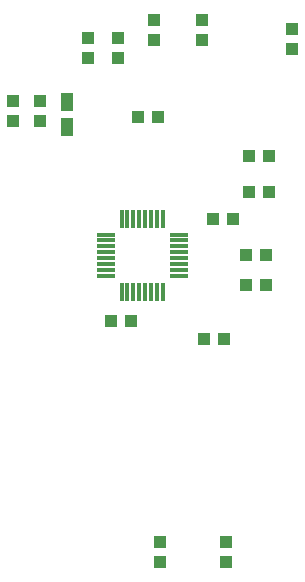
<source format=gbr>
G04 EAGLE Gerber RS-274X export*
G75*
%MOMM*%
%FSLAX34Y34*%
%LPD*%
%INSolderpaste Bottom*%
%IPPOS*%
%AMOC8*
5,1,8,0,0,1.08239X$1,22.5*%
G01*
%ADD10R,1.000000X1.100000*%
%ADD11R,1.100000X1.000000*%
%ADD12R,0.300000X1.600000*%
%ADD13R,1.600000X0.300000*%
%ADD14R,1.000000X1.500000*%


D10*
X274320Y841620D03*
X274320Y824620D03*
X198120Y832240D03*
X198120Y849240D03*
D11*
X138040Y594360D03*
X121040Y594360D03*
D10*
X157480Y832240D03*
X157480Y849240D03*
D12*
X129820Y681240D03*
X134820Y681240D03*
X139820Y681240D03*
X144820Y681240D03*
X149820Y681240D03*
X154820Y681240D03*
X159820Y681240D03*
X164820Y681240D03*
D13*
X178320Y667740D03*
X178320Y662740D03*
X178320Y657740D03*
X178320Y652740D03*
X178320Y647740D03*
X178320Y642740D03*
X178320Y637740D03*
X178320Y632740D03*
D12*
X164820Y619240D03*
X159820Y619240D03*
X154820Y619240D03*
X149820Y619240D03*
X144820Y619240D03*
X139820Y619240D03*
X134820Y619240D03*
X129820Y619240D03*
D13*
X116320Y632740D03*
X116320Y637740D03*
X116320Y642740D03*
X116320Y647740D03*
X116320Y652740D03*
X116320Y657740D03*
X116320Y662740D03*
X116320Y667740D03*
D11*
X127000Y817000D03*
X127000Y834000D03*
D14*
X83820Y759095D03*
X83820Y780145D03*
D10*
X237880Y734060D03*
X254880Y734060D03*
D11*
X162560Y407280D03*
X162560Y390280D03*
D10*
X237880Y703580D03*
X254880Y703580D03*
X207400Y680720D03*
X224400Y680720D03*
X235340Y624840D03*
X252340Y624840D03*
X235340Y650240D03*
X252340Y650240D03*
D11*
X218440Y407280D03*
X218440Y390280D03*
D10*
X216780Y579120D03*
X199780Y579120D03*
X60960Y780660D03*
X60960Y763660D03*
X38100Y780660D03*
X38100Y763660D03*
X101600Y817000D03*
X101600Y834000D03*
D11*
X160900Y767080D03*
X143900Y767080D03*
M02*

</source>
